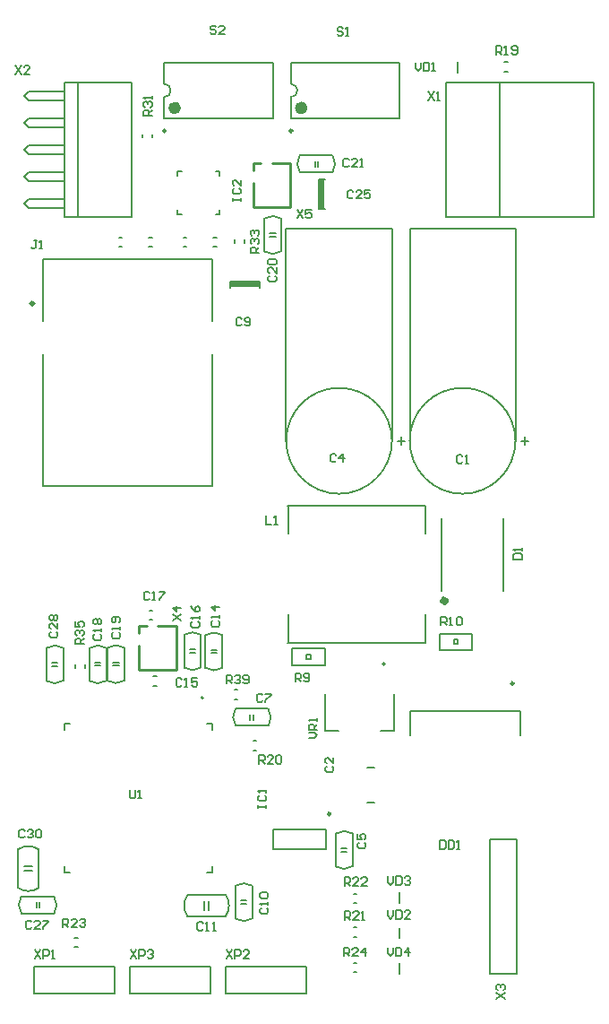
<source format=gto>
G04*
G04 #@! TF.GenerationSoftware,Altium Limited,Altium Designer,20.0.13 (296)*
G04*
G04 Layer_Color=65535*
%FSLAX44Y44*%
%MOMM*%
G71*
G01*
G75*
%ADD10C,0.2500*%
%ADD11C,0.2000*%
%ADD12C,0.6096*%
%ADD13C,0.1500*%
%ADD14C,0.6000*%
%ADD15C,0.3000*%
%ADD16C,0.1270*%
%ADD17C,0.2540*%
%ADD18C,0.1520*%
%ADD19C,0.1524*%
%ADD20R,0.5500X2.8001*%
%ADD21R,2.8000X0.5500*%
D10*
X309300Y229500D02*
G03*
X309300Y229500I-1250J0D01*
G01*
X482500Y352750D02*
G03*
X482500Y352750I-1250J0D01*
G01*
X273400Y874400D02*
G03*
X273400Y874400I-1250J0D01*
G01*
X153650D02*
G03*
X153650Y874400I-1250J0D01*
G01*
D11*
X360750Y371000D02*
G03*
X360750Y371000I-1000J0D01*
G01*
X189000Y338900D02*
G03*
X189000Y338900I-1000J0D01*
G01*
X484250Y581750D02*
G03*
X484250Y581750I-50000J0D01*
G01*
X367500D02*
G03*
X367500Y581750I-50000J0D01*
G01*
X271750Y906150D02*
G03*
X271750Y918850I0J6350D01*
G01*
X152000Y906150D02*
G03*
X152000Y918850I0J6350D01*
G01*
X218500Y337750D02*
X221500D01*
X218500Y346750D02*
X221500D01*
X236500Y289250D02*
X239500D01*
X236500Y298250D02*
X239500D01*
X255500Y214500D02*
X305500D01*
X255500Y196500D02*
X305500D01*
Y214500D01*
X255500Y196500D02*
Y214500D01*
X488500Y303750D02*
Y326250D01*
X384500D02*
X488500D01*
X384500Y303750D02*
Y326250D01*
X374250Y78750D02*
Y88750D01*
Y112000D02*
Y122000D01*
Y145250D02*
Y155250D01*
X331250Y153998D02*
X334250D01*
X331250Y144999D02*
X334250D01*
X331250Y122248D02*
X334250D01*
X331250Y113247D02*
X334250D01*
X331250Y88998D02*
X334250D01*
X331250Y79997D02*
X334250D01*
X68500Y367500D02*
Y370500D01*
X77500Y367500D02*
Y370500D01*
X140500Y868000D02*
Y871000D01*
X131500Y868000D02*
Y871000D01*
X142000Y350500D02*
X145000D01*
X142000Y359500D02*
X145000D01*
X137944Y412750D02*
X140944D01*
X137944Y421750D02*
X140944D01*
X298250Y801000D02*
Y829000D01*
Y801000D02*
X304250D01*
X298250Y829000D02*
X304250D01*
X214500Y732000D02*
X242500D01*
X214500Y726000D02*
Y732000D01*
X242500Y726000D02*
Y732000D01*
X227750Y768750D02*
Y771750D01*
X218750Y768750D02*
Y771750D01*
X473750Y939250D02*
X476750D01*
X473750Y930250D02*
X476750D01*
X469100Y919700D02*
X558000D01*
Y792700D02*
Y919700D01*
X469100Y792700D02*
X558000D01*
X418300D02*
Y919700D01*
X469100Y792700D02*
Y919700D01*
X418300D02*
X469100D01*
X418300Y792700D02*
X469100D01*
X429250Y929250D02*
Y939250D01*
X459800Y205850D02*
X485200D01*
Y78850D02*
Y205850D01*
X459800Y78850D02*
Y205850D01*
Y78850D02*
X485200D01*
X344500Y240250D02*
X350500D01*
X344500Y273250D02*
X350500D01*
X384500Y781750D02*
X484250D01*
X267250D02*
X367500D01*
X493000Y578250D02*
Y585250D01*
X489500Y581750D02*
X496500D01*
X376250Y578250D02*
Y585250D01*
X372750Y581750D02*
X379750D01*
X484250D02*
Y781750D01*
X384500Y581750D02*
Y781750D01*
X367500Y581750D02*
Y781750D01*
X267250Y581750D02*
Y781750D01*
X67250Y103500D02*
X70250D01*
X67250Y112500D02*
X70250D01*
X195675Y59550D02*
Y84950D01*
X119475Y59550D02*
Y84950D01*
X195675D01*
X119475Y59550D02*
X195675D01*
X271750Y886000D02*
X374750D01*
X271750Y939000D02*
X374750D01*
X271750Y886000D02*
Y906150D01*
Y918850D02*
Y939000D01*
X374750Y886000D02*
Y939000D01*
X152000Y886000D02*
X255000D01*
X152000Y939000D02*
X255000D01*
X152000Y886000D02*
Y906150D01*
Y918850D02*
Y939000D01*
X255000Y886000D02*
Y939000D01*
X23834Y911234D02*
X57700D01*
X19600Y907000D02*
X23834Y911234D01*
X19600Y907000D02*
X23834Y902767D01*
X57700D01*
X70400Y919700D02*
X121200D01*
X70400Y792700D02*
X121200D01*
X70400D02*
Y919700D01*
X121200Y792700D02*
Y919700D01*
X19600Y805400D02*
X23834Y801167D01*
X19600Y805400D02*
X23834Y809634D01*
Y826567D02*
X57700D01*
X19600Y830800D02*
X23834Y826567D01*
X19600Y830800D02*
X23834Y835034D01*
X57700D01*
X23834Y809634D02*
X57700D01*
X23834Y801167D02*
X57700D01*
X19600Y856200D02*
X23834Y851967D01*
X19600Y856200D02*
X23834Y860434D01*
Y877367D02*
X57700D01*
X19600Y881600D02*
X23834Y877367D01*
X19600Y881600D02*
X23834Y885834D01*
X57700D01*
X23834Y860434D02*
X57700D01*
X23834Y851967D02*
X57700D01*
Y792700D02*
X70400D01*
X57700D02*
Y919700D01*
X70400D01*
X28900Y59550D02*
Y84950D01*
X105100Y59550D02*
Y84950D01*
X28900Y59550D02*
X105100D01*
X28900Y84950D02*
X105100D01*
X210050Y59550D02*
Y84950D01*
X286250Y59550D02*
Y84950D01*
X210050Y59550D02*
X286250D01*
X210050Y84950D02*
X286250D01*
X170250Y774000D02*
X173250D01*
X170250Y765000D02*
X173250D01*
X137500D02*
X140500D01*
X137500Y774000D02*
X140500D01*
X109250D02*
X112250D01*
X109250Y765000D02*
X112250D01*
X198500D02*
X201500D01*
X198500Y774000D02*
X201500D01*
X210837Y352501D02*
Y360499D01*
X214835D01*
X216168Y359166D01*
Y356500D01*
X214835Y355167D01*
X210837D01*
X213503D02*
X216168Y352501D01*
X218834Y359166D02*
X220167Y360499D01*
X222833D01*
X224166Y359166D01*
Y357833D01*
X222833Y356500D01*
X221500D01*
X222833D01*
X224166Y355167D01*
Y353834D01*
X222833Y352501D01*
X220167D01*
X218834Y353834D01*
X226832D02*
X228165Y352501D01*
X230830D01*
X232163Y353834D01*
Y359166D01*
X230830Y360499D01*
X228165D01*
X226832Y359166D01*
Y357833D01*
X228165Y356500D01*
X232163D01*
X241837Y277001D02*
Y284999D01*
X245835D01*
X247168Y283666D01*
Y281000D01*
X245835Y279667D01*
X241837D01*
X244503D02*
X247168Y277001D01*
X255166D02*
X249834D01*
X255166Y282333D01*
Y283666D01*
X253833Y284999D01*
X251167D01*
X249834Y283666D01*
X257832D02*
X259165Y284999D01*
X261830D01*
X263163Y283666D01*
Y278334D01*
X261830Y277001D01*
X259165D01*
X257832Y278334D01*
Y283666D01*
X240751Y234836D02*
Y237502D01*
Y236169D01*
X248749D01*
Y234836D01*
Y237502D01*
X242084Y246832D02*
X240751Y245499D01*
Y242834D01*
X242084Y241501D01*
X247416D01*
X248749Y242834D01*
Y245499D01*
X247416Y246832D01*
X248749Y249498D02*
Y252164D01*
Y250831D01*
X240751D01*
X242084Y249498D01*
X412920Y204249D02*
Y196251D01*
X416918D01*
X418251Y197584D01*
Y202916D01*
X416918Y204249D01*
X412920D01*
X420917D02*
Y196251D01*
X424916D01*
X426249Y197584D01*
Y202916D01*
X424916Y204249D01*
X420917D01*
X428914Y196251D02*
X431580D01*
X430247D01*
Y204249D01*
X428914Y202916D01*
X276085Y354251D02*
Y362249D01*
X280084D01*
X281417Y360916D01*
Y358250D01*
X280084Y356917D01*
X276085D01*
X278751D02*
X281417Y354251D01*
X284083Y355584D02*
X285416Y354251D01*
X288082D01*
X289415Y355584D01*
Y360916D01*
X288082Y362249D01*
X285416D01*
X284083Y360916D01*
Y359583D01*
X285416Y358250D01*
X289415D01*
X288751Y300920D02*
X294083D01*
X296749Y303585D01*
X294083Y306251D01*
X288751D01*
X296749Y308917D02*
X288751D01*
Y312916D01*
X290084Y314249D01*
X292750D01*
X294083Y312916D01*
Y308917D01*
Y311583D02*
X296749Y314249D01*
Y316915D02*
Y319580D01*
Y318247D01*
X288751D01*
X290084Y316915D01*
X482501Y469918D02*
X490499D01*
Y473917D01*
X489166Y475250D01*
X483834D01*
X482501Y473917D01*
Y469918D01*
X490499Y477916D02*
Y480582D01*
Y479249D01*
X482501D01*
X483834Y477916D01*
X197834Y411835D02*
X196501Y410502D01*
Y407836D01*
X197834Y406503D01*
X203166D01*
X204499Y407836D01*
Y410502D01*
X203166Y411835D01*
X204499Y414501D02*
Y417166D01*
Y415834D01*
X196501D01*
X197834Y414501D01*
X204499Y425164D02*
X196501D01*
X200500Y421165D01*
Y426497D01*
X178834Y410835D02*
X177501Y409502D01*
Y406836D01*
X178834Y405503D01*
X184166D01*
X185499Y406836D01*
Y409502D01*
X184166Y410835D01*
X185499Y413501D02*
Y416166D01*
Y414834D01*
X177501D01*
X178834Y413501D01*
X177501Y425497D02*
X178834Y422831D01*
X181500Y420165D01*
X184166D01*
X185499Y421498D01*
Y424164D01*
X184166Y425497D01*
X182833D01*
X181500Y424164D01*
Y420165D01*
X160001Y412336D02*
X167999Y417667D01*
X160001D02*
X167999Y412336D01*
Y424332D02*
X160001D01*
X164000Y420333D01*
Y425664D01*
X245167Y341666D02*
X243834Y342999D01*
X241168D01*
X239835Y341666D01*
Y336334D01*
X241168Y335001D01*
X243834D01*
X245167Y336334D01*
X247833Y342999D02*
X253165D01*
Y341666D01*
X247833Y336334D01*
Y335001D01*
X363337Y102999D02*
Y97667D01*
X366003Y95001D01*
X368668Y97667D01*
Y102999D01*
X371334D02*
Y95001D01*
X375333D01*
X376666Y96334D01*
Y101666D01*
X375333Y102999D01*
X371334D01*
X383330Y95001D02*
Y102999D01*
X379332Y99000D01*
X384663D01*
X363587Y138499D02*
Y133167D01*
X366253Y130501D01*
X368918Y133167D01*
Y138499D01*
X371584D02*
Y130501D01*
X375583D01*
X376916Y131834D01*
Y137166D01*
X375583Y138499D01*
X371584D01*
X384913Y130501D02*
X379582D01*
X384913Y135833D01*
Y137166D01*
X383580Y138499D01*
X380914D01*
X379582Y137166D01*
X363587Y170499D02*
Y165167D01*
X366253Y162501D01*
X368918Y165167D01*
Y170499D01*
X371584D02*
Y162501D01*
X375583D01*
X376916Y163834D01*
Y169166D01*
X375583Y170499D01*
X371584D01*
X379582Y169166D02*
X380914Y170499D01*
X383580D01*
X384913Y169166D01*
Y167833D01*
X383580Y166500D01*
X382247D01*
X383580D01*
X384913Y165167D01*
Y163834D01*
X383580Y162501D01*
X380914D01*
X379582Y163834D01*
X322587Y161501D02*
Y169499D01*
X326586D01*
X327918Y168166D01*
Y165500D01*
X326586Y164167D01*
X322587D01*
X325253D02*
X327918Y161501D01*
X335916D02*
X330584D01*
X335916Y166833D01*
Y168166D01*
X334583Y169499D01*
X331917D01*
X330584Y168166D01*
X343913Y161501D02*
X338582D01*
X343913Y166833D01*
Y168166D01*
X342580Y169499D01*
X339915D01*
X338582Y168166D01*
X322920Y129501D02*
Y137499D01*
X326918D01*
X328251Y136166D01*
Y133500D01*
X326918Y132167D01*
X322920D01*
X325586D02*
X328251Y129501D01*
X336249D02*
X330917D01*
X336249Y134833D01*
Y136166D01*
X334916Y137499D01*
X332250D01*
X330917Y136166D01*
X338914Y129501D02*
X341580D01*
X340247D01*
Y137499D01*
X338914Y136166D01*
X322087Y95001D02*
Y102999D01*
X326086D01*
X327418Y101666D01*
Y99000D01*
X326086Y97667D01*
X322087D01*
X324753D02*
X327418Y95001D01*
X335416D02*
X330084D01*
X335416Y100333D01*
Y101666D01*
X334083Y102999D01*
X331417D01*
X330084Y101666D01*
X342080Y95001D02*
Y102999D01*
X338082Y99000D01*
X343413D01*
X336084Y202417D02*
X334751Y201084D01*
Y198419D01*
X336084Y197086D01*
X341416D01*
X342749Y198419D01*
Y201084D01*
X341416Y202417D01*
X334751Y210415D02*
Y205083D01*
X338750D01*
X337417Y207749D01*
Y209082D01*
X338750Y210415D01*
X341416D01*
X342749Y209082D01*
Y206416D01*
X341416Y205083D01*
X243834Y140585D02*
X242501Y139252D01*
Y136586D01*
X243834Y135253D01*
X249166D01*
X250499Y136586D01*
Y139252D01*
X249166Y140585D01*
X250499Y143251D02*
Y145917D01*
Y144584D01*
X242501D01*
X243834Y143251D01*
Y149915D02*
X242501Y151248D01*
Y153914D01*
X243834Y155247D01*
X249166D01*
X250499Y153914D01*
Y151248D01*
X249166Y149915D01*
X243834D01*
X26668Y127416D02*
X25336Y128749D01*
X22670D01*
X21337Y127416D01*
Y122084D01*
X22670Y120751D01*
X25336D01*
X26668Y122084D01*
X34666Y120751D02*
X29334D01*
X34666Y126083D01*
Y127416D01*
X33333Y128749D01*
X30667D01*
X29334Y127416D01*
X37332Y128749D02*
X42663D01*
Y127416D01*
X37332Y122084D01*
Y120751D01*
X44834Y401418D02*
X43501Y400085D01*
Y397420D01*
X44834Y396087D01*
X50166D01*
X51499Y397420D01*
Y400085D01*
X50166Y401418D01*
X51499Y409416D02*
Y404084D01*
X46167Y409416D01*
X44834D01*
X43501Y408083D01*
Y405417D01*
X44834Y404084D01*
Y412082D02*
X43501Y413415D01*
Y416080D01*
X44834Y417413D01*
X46167D01*
X47500Y416080D01*
X48833Y417413D01*
X50166D01*
X51499Y416080D01*
Y413415D01*
X50166Y412082D01*
X48833D01*
X47500Y413415D01*
X46167Y412082D01*
X44834D01*
X47500Y413415D02*
Y416080D01*
X103834Y400835D02*
X102501Y399502D01*
Y396836D01*
X103834Y395503D01*
X109166D01*
X110499Y396836D01*
Y399502D01*
X109166Y400835D01*
X110499Y403501D02*
Y406166D01*
Y404834D01*
X102501D01*
X103834Y403501D01*
X109166Y410165D02*
X110499Y411498D01*
Y414164D01*
X109166Y415497D01*
X103834D01*
X102501Y414164D01*
Y411498D01*
X103834Y410165D01*
X105167D01*
X106500Y411498D01*
Y415497D01*
X86334Y399085D02*
X85001Y397752D01*
Y395086D01*
X86334Y393753D01*
X91666D01*
X92999Y395086D01*
Y397752D01*
X91666Y399085D01*
X92999Y401751D02*
Y404417D01*
Y403084D01*
X85001D01*
X86334Y401751D01*
Y408415D02*
X85001Y409748D01*
Y412414D01*
X86334Y413747D01*
X87667D01*
X89000Y412414D01*
X90333Y413747D01*
X91666D01*
X92999Y412414D01*
Y409748D01*
X91666Y408415D01*
X90333D01*
X89000Y409748D01*
X87667Y408415D01*
X86334D01*
X89000Y409748D02*
Y412414D01*
X76249Y389837D02*
X68251D01*
Y393835D01*
X69584Y395168D01*
X72250D01*
X73583Y393835D01*
Y389837D01*
Y392503D02*
X76249Y395168D01*
X69584Y397834D02*
X68251Y399167D01*
Y401833D01*
X69584Y403166D01*
X70917D01*
X72250Y401833D01*
Y400500D01*
Y401833D01*
X73583Y403166D01*
X74916D01*
X76249Y401833D01*
Y399167D01*
X74916Y397834D01*
X68251Y411163D02*
Y405832D01*
X72250D01*
X70917Y408498D01*
Y409830D01*
X72250Y411163D01*
X74916D01*
X76249Y409830D01*
Y407165D01*
X74916Y405832D01*
X119668Y251999D02*
Y245334D01*
X121001Y244001D01*
X123667D01*
X125000Y245334D01*
Y251999D01*
X127666Y244001D02*
X130332D01*
X128999D01*
Y251999D01*
X127666Y250666D01*
X140499Y888670D02*
X132501D01*
Y892668D01*
X133834Y894001D01*
X136500D01*
X137833Y892668D01*
Y888670D01*
Y891336D02*
X140499Y894001D01*
X133834Y896667D02*
X132501Y898000D01*
Y900666D01*
X133834Y901999D01*
X135167D01*
X136500Y900666D01*
Y899333D01*
Y900666D01*
X137833Y901999D01*
X139166D01*
X140499Y900666D01*
Y898000D01*
X139166Y896667D01*
X140499Y904665D02*
Y907330D01*
Y905997D01*
X132501D01*
X133834Y904665D01*
X168835Y356166D02*
X167502Y357499D01*
X164836D01*
X163503Y356166D01*
Y350834D01*
X164836Y349501D01*
X167502D01*
X168835Y350834D01*
X171501Y349501D02*
X174167D01*
X172834D01*
Y357499D01*
X171501Y356166D01*
X183497Y357499D02*
X178165D01*
Y353500D01*
X180831Y354833D01*
X182164D01*
X183497Y353500D01*
Y350834D01*
X182164Y349501D01*
X179498D01*
X178165Y350834D01*
X138335Y437916D02*
X137002Y439249D01*
X134336D01*
X133003Y437916D01*
Y432584D01*
X134336Y431251D01*
X137002D01*
X138335Y432584D01*
X141001Y431251D02*
X143666D01*
X142333D01*
Y439249D01*
X141001Y437916D01*
X147665Y439249D02*
X152997D01*
Y437916D01*
X147665Y432584D01*
Y431251D01*
X188918Y125916D02*
X187585Y127249D01*
X184919D01*
X183586Y125916D01*
Y120584D01*
X184919Y119251D01*
X187585D01*
X188918Y120584D01*
X191584Y119251D02*
X194249D01*
X192917D01*
Y127249D01*
X191584Y125916D01*
X198248Y119251D02*
X200914D01*
X199581D01*
Y127249D01*
X198248Y125916D01*
X326751Y846916D02*
X325418Y848249D01*
X322753D01*
X321420Y846916D01*
Y841584D01*
X322753Y840251D01*
X325418D01*
X326751Y841584D01*
X334749Y840251D02*
X329417D01*
X334749Y845583D01*
Y846916D01*
X333416Y848249D01*
X330750D01*
X329417Y846916D01*
X337415Y840251D02*
X340080D01*
X338747D01*
Y848249D01*
X337415Y846916D01*
X216751Y808003D02*
Y810669D01*
Y809336D01*
X224749D01*
Y808003D01*
Y810669D01*
X218084Y819999D02*
X216751Y818667D01*
Y816001D01*
X218084Y814668D01*
X223416D01*
X224749Y816001D01*
Y818667D01*
X223416Y819999D01*
X224749Y827997D02*
Y822665D01*
X219417Y827997D01*
X218084D01*
X216751Y826664D01*
Y823998D01*
X218084Y822665D01*
X330918Y817166D02*
X329585Y818499D01*
X326920D01*
X325587Y817166D01*
Y811834D01*
X326920Y810501D01*
X329585D01*
X330918Y811834D01*
X338916Y810501D02*
X333584D01*
X338916Y815833D01*
Y817166D01*
X337583Y818499D01*
X334917D01*
X333584Y817166D01*
X346913Y818499D02*
X341582D01*
Y814500D01*
X344247Y815833D01*
X345580D01*
X346913Y814500D01*
Y811834D01*
X345580Y810501D01*
X342915D01*
X341582Y811834D01*
X278085Y799999D02*
X283417Y792001D01*
Y799999D02*
X278085Y792001D01*
X291415Y799999D02*
X286083D01*
Y796000D01*
X288749Y797333D01*
X290082D01*
X291415Y796000D01*
Y793334D01*
X290082Y792001D01*
X287416D01*
X286083Y793334D01*
X251834Y737418D02*
X250501Y736086D01*
Y733420D01*
X251834Y732087D01*
X257166D01*
X258499Y733420D01*
Y736086D01*
X257166Y737418D01*
X258499Y745416D02*
Y740084D01*
X253167Y745416D01*
X251834D01*
X250501Y744083D01*
Y741417D01*
X251834Y740084D01*
Y748082D02*
X250501Y749415D01*
Y752080D01*
X251834Y753413D01*
X257166D01*
X258499Y752080D01*
Y749415D01*
X257166Y748082D01*
X251834D01*
X225417Y696916D02*
X224084Y698249D01*
X221418D01*
X220086Y696916D01*
Y691584D01*
X221418Y690251D01*
X224084D01*
X225417Y691584D01*
X228083D02*
X229416Y690251D01*
X232082D01*
X233414Y691584D01*
Y696916D01*
X232082Y698249D01*
X229416D01*
X228083Y696916D01*
Y695583D01*
X229416Y694250D01*
X233414D01*
X241749Y759337D02*
X233751D01*
Y763335D01*
X235084Y764668D01*
X237750D01*
X239083Y763335D01*
Y759337D01*
Y762003D02*
X241749Y764668D01*
X235084Y767334D02*
X233751Y768667D01*
Y771333D01*
X235084Y772666D01*
X236417D01*
X237750Y771333D01*
Y770000D01*
Y771333D01*
X239083Y772666D01*
X240416D01*
X241749Y771333D01*
Y768667D01*
X240416Y767334D01*
X235084Y775332D02*
X233751Y776665D01*
Y779330D01*
X235084Y780663D01*
X236417D01*
X237750Y779330D01*
Y777997D01*
Y779330D01*
X239083Y780663D01*
X240416D01*
X241749Y779330D01*
Y776665D01*
X240416Y775332D01*
X466003Y946501D02*
Y954499D01*
X470002D01*
X471335Y953166D01*
Y950500D01*
X470002Y949167D01*
X466003D01*
X468669D02*
X471335Y946501D01*
X474001D02*
X476666D01*
X475334D01*
Y954499D01*
X474001Y953166D01*
X480665Y947834D02*
X481998Y946501D01*
X484664D01*
X485997Y947834D01*
Y953166D01*
X484664Y954499D01*
X481998D01*
X480665Y953166D01*
Y951833D01*
X481998Y950500D01*
X485997D01*
X401918Y911249D02*
X407250Y903251D01*
Y911249D02*
X401918Y903251D01*
X409916D02*
X412582D01*
X411249D01*
Y911249D01*
X409916Y909916D01*
X389420Y938999D02*
Y933667D01*
X392085Y931001D01*
X394751Y933667D01*
Y938999D01*
X397417D02*
Y931001D01*
X401416D01*
X402749Y932334D01*
Y937666D01*
X401416Y938999D01*
X397417D01*
X405415Y931001D02*
X408080D01*
X406747D01*
Y938999D01*
X405415Y937666D01*
X466251Y55086D02*
X474249Y60417D01*
X466251D02*
X474249Y55086D01*
X467584Y63083D02*
X466251Y64416D01*
Y67082D01*
X467584Y68415D01*
X468917D01*
X470250Y67082D01*
Y65749D01*
Y67082D01*
X471583Y68415D01*
X472916D01*
X474249Y67082D01*
Y64416D01*
X472916Y63083D01*
X305584Y274417D02*
X304251Y273084D01*
Y270418D01*
X305584Y269086D01*
X310916D01*
X312249Y270418D01*
Y273084D01*
X310916Y274417D01*
X312249Y282414D02*
Y277083D01*
X306917Y282414D01*
X305584D01*
X304251Y281082D01*
Y278416D01*
X305584Y277083D01*
X248418Y510999D02*
Y503001D01*
X253750D01*
X256416D02*
X259082D01*
X257749D01*
Y510999D01*
X256416Y509666D01*
X434250Y567166D02*
X432917Y568499D01*
X430251D01*
X428918Y567166D01*
Y561834D01*
X430251Y560501D01*
X432917D01*
X434250Y561834D01*
X436916Y560501D02*
X439582D01*
X438249D01*
Y568499D01*
X436916Y567166D01*
X314667Y568166D02*
X313334Y569499D01*
X310668D01*
X309335Y568166D01*
Y562834D01*
X310668Y561501D01*
X313334D01*
X314667Y562834D01*
X321332Y561501D02*
Y569499D01*
X317333Y565500D01*
X322664D01*
X413906Y407454D02*
Y415451D01*
X417905D01*
X419238Y414118D01*
Y411453D01*
X417905Y410120D01*
X413906D01*
X416572D02*
X419238Y407454D01*
X421903D02*
X424569D01*
X423236D01*
Y415451D01*
X421903Y414118D01*
X428568D02*
X429901Y415451D01*
X432567D01*
X433899Y414118D01*
Y408787D01*
X432567Y407454D01*
X429901D01*
X428568Y408787D01*
Y414118D01*
X120394Y100959D02*
X125726Y92962D01*
Y100959D02*
X120394Y92962D01*
X128391D02*
Y100959D01*
X132390D01*
X133723Y99627D01*
Y96961D01*
X132390Y95628D01*
X128391D01*
X136389Y99627D02*
X137722Y100959D01*
X140388D01*
X141720Y99627D01*
Y98294D01*
X140388Y96961D01*
X139055D01*
X140388D01*
X141720Y95628D01*
Y94295D01*
X140388Y92962D01*
X137722D01*
X136389Y94295D01*
X11682Y935857D02*
X17014Y927860D01*
Y935857D02*
X11682Y927860D01*
X25011D02*
X19679D01*
X25011Y933192D01*
Y934525D01*
X23678Y935857D01*
X21012D01*
X19679Y934525D01*
X211072Y100959D02*
X216404Y92962D01*
Y100959D02*
X211072Y92962D01*
X219069D02*
Y100959D01*
X223068D01*
X224401Y99627D01*
Y96961D01*
X223068Y95628D01*
X219069D01*
X232398Y92962D02*
X227067D01*
X232398Y98294D01*
Y99627D01*
X231066Y100959D01*
X228400D01*
X227067Y99627D01*
X29970Y100959D02*
X35302Y92962D01*
Y100959D02*
X29970Y92962D01*
X37967D02*
Y100959D01*
X41966D01*
X43299Y99627D01*
Y96961D01*
X41966Y95628D01*
X37967D01*
X45965Y92962D02*
X48631D01*
X47298D01*
Y100959D01*
X45965Y99627D01*
X201167Y972416D02*
X199834Y973749D01*
X197168D01*
X195835Y972416D01*
Y971083D01*
X197168Y969750D01*
X199834D01*
X201167Y968417D01*
Y967084D01*
X199834Y965751D01*
X197168D01*
X195835Y967084D01*
X209165Y965751D02*
X203833D01*
X209165Y971083D01*
Y972416D01*
X207832Y973749D01*
X205166D01*
X203833Y972416D01*
X321250Y970916D02*
X319917Y972249D01*
X317251D01*
X315918Y970916D01*
Y969583D01*
X317251Y968250D01*
X319917D01*
X321250Y966917D01*
Y965584D01*
X319917Y964251D01*
X317251D01*
X315918Y965584D01*
X323916Y964251D02*
X326582D01*
X325249D01*
Y972249D01*
X323916Y970916D01*
X56314Y122458D02*
Y130455D01*
X60313D01*
X61646Y129122D01*
Y126457D01*
X60313Y125124D01*
X56314D01*
X58980D02*
X61646Y122458D01*
X69643D02*
X64311D01*
X69643Y127790D01*
Y129122D01*
X68310Y130455D01*
X65644D01*
X64311Y129122D01*
X72309D02*
X73642Y130455D01*
X76308D01*
X77640Y129122D01*
Y127790D01*
X76308Y126457D01*
X74975D01*
X76308D01*
X77640Y125124D01*
Y123791D01*
X76308Y122458D01*
X73642D01*
X72309Y123791D01*
X31746Y771011D02*
X29080D01*
X30413D01*
Y764347D01*
X29080Y763014D01*
X27747D01*
X26414Y764347D01*
X34411Y763014D02*
X37077D01*
X35744D01*
Y771011D01*
X34411Y769678D01*
X20316Y213419D02*
X18983Y214751D01*
X16317D01*
X14984Y213419D01*
Y208087D01*
X16317Y206754D01*
X18983D01*
X20316Y208087D01*
X22981Y213419D02*
X24314Y214751D01*
X26980D01*
X28313Y213419D01*
Y212086D01*
X26980Y210753D01*
X25647D01*
X26980D01*
X28313Y209420D01*
Y208087D01*
X26980Y206754D01*
X24314D01*
X22981Y208087D01*
X30979Y213419D02*
X32312Y214751D01*
X34978D01*
X36310Y213419D01*
Y208087D01*
X34978Y206754D01*
X32312D01*
X30979Y208087D01*
Y213419D01*
D12*
X418330Y430820D02*
G03*
X418330Y430820I-1500J0D01*
G01*
D13*
X207262Y398405D02*
G03*
X191350Y398300I-7877J-12168D01*
G01*
X191238Y367295D02*
G03*
X207150Y367400I7877J12168D01*
G01*
X187013Y398655D02*
G03*
X171100Y398550I-7877J-12168D01*
G01*
X170987Y367546D02*
G03*
X186900Y367650I7877J12168D01*
G01*
X219595Y328763D02*
G03*
X219700Y312850I12168J-7877D01*
G01*
X250704Y312738D02*
G03*
X250600Y328650I-12168J7877D01*
G01*
X314237Y179846D02*
G03*
X330150Y179950I7877J12168D01*
G01*
X330262Y210954D02*
G03*
X314350Y210850I-7877J-12168D01*
G01*
X235513Y161655D02*
G03*
X219600Y161550I-7877J-12168D01*
G01*
X219487Y130546D02*
G03*
X235400Y130650I7877J12168D01*
G01*
X48155Y135487D02*
G03*
X48050Y151400I-12168J7877D01*
G01*
X17046Y151512D02*
G03*
X17150Y135600I12168J-7877D01*
G01*
X40738Y355095D02*
G03*
X56650Y355200I7877J12168D01*
G01*
X56762Y386204D02*
G03*
X40850Y386100I-7877J-12168D01*
G01*
X114513Y386405D02*
G03*
X98600Y386300I-7877J-12168D01*
G01*
X98488Y355295D02*
G03*
X114400Y355400I7877J12168D01*
G01*
X97513Y386155D02*
G03*
X81600Y386050I-7877J-12168D01*
G01*
X81488Y355046D02*
G03*
X97400Y355150I7877J12168D01*
G01*
X174250Y153000D02*
G03*
X174174Y133016I14270J-10047D01*
G01*
X210250Y133000D02*
G03*
X210326Y152984I-14270J10047D01*
G01*
X311405Y835238D02*
G03*
X311300Y851150I-12168J7877D01*
G01*
X280296Y851263D02*
G03*
X280400Y835350I12168J-7877D01*
G01*
X262763Y791655D02*
G03*
X246850Y791550I-7877J-12168D01*
G01*
X246737Y760546D02*
G03*
X262650Y760650I7877J12168D01*
G01*
X33750Y195750D02*
G03*
X13766Y195826I-10047J-14270D01*
G01*
X13750Y159750D02*
G03*
X33734Y159674I10047J14270D01*
G01*
X273250Y385750D02*
X304000D01*
X273250Y369750D02*
Y385750D01*
Y369750D02*
X304000D01*
Y385750D01*
X290750Y375500D02*
Y379750D01*
X286750Y375500D02*
X290750D01*
X286750D02*
Y379750D01*
X290750D01*
X191250Y367500D02*
Y398250D01*
X207250Y367500D02*
Y398250D01*
X196650Y384400D02*
X201950D01*
X196650Y381600D02*
X201950D01*
X171000Y367750D02*
Y398500D01*
X187000Y367750D02*
Y398500D01*
X176400Y384650D02*
X181700D01*
X176400Y381850D02*
X181700D01*
X219750Y312750D02*
X250500D01*
X219750Y328750D02*
X250500D01*
X233600Y318150D02*
Y323450D01*
X236400Y318150D02*
Y323450D01*
X330250Y180000D02*
Y210750D01*
X314250Y180000D02*
Y210750D01*
X319550Y193850D02*
X324850D01*
X319550Y196650D02*
X324850D01*
X219500Y130750D02*
Y161500D01*
X235500Y130750D02*
Y161500D01*
X224900Y147650D02*
X230200D01*
X224900Y144850D02*
X230200D01*
X17250Y151500D02*
X48000D01*
X17250Y135500D02*
X48000D01*
X34150Y140800D02*
Y146100D01*
X31350Y140800D02*
Y146100D01*
X56750Y355250D02*
Y386000D01*
X40750Y355250D02*
Y386000D01*
X46050Y369100D02*
X51350D01*
X46050Y371900D02*
X51350D01*
X98500Y355500D02*
Y386250D01*
X114500Y355500D02*
Y386250D01*
X103900Y372400D02*
X109200D01*
X103900Y369600D02*
X109200D01*
X81500Y355250D02*
Y386000D01*
X97500Y355250D02*
Y386000D01*
X86900Y372150D02*
X92200D01*
X86900Y369350D02*
X92200D01*
X174250Y153000D02*
X210250D01*
X174250Y133000D02*
X210250D01*
X194250Y138900D02*
Y147000D01*
X190250Y139000D02*
Y147000D01*
X280500Y851250D02*
X311250D01*
X280500Y835250D02*
X311250D01*
X297400Y840550D02*
Y845850D01*
X294600Y840550D02*
Y845850D01*
X246750Y760750D02*
Y791500D01*
X262750Y760750D02*
Y791500D01*
X252150Y777650D02*
X257450D01*
X252150Y774850D02*
X257450D01*
X426000Y389750D02*
X430000D01*
Y394000D01*
X426000D02*
X430000D01*
X426000Y389750D02*
Y394000D01*
X412750Y383750D02*
Y399750D01*
X443500D01*
Y383750D02*
Y399750D01*
X412750Y383750D02*
X443500D01*
X19750Y175750D02*
X27750D01*
X19750Y179750D02*
X27850D01*
X33750Y159750D02*
Y195750D01*
X13750Y159750D02*
Y195750D01*
D14*
X284750Y896000D02*
G03*
X284750Y896000I-3000J0D01*
G01*
X165000D02*
G03*
X165000Y896000I-3000J0D01*
G01*
D15*
X29000Y711500D02*
G03*
X29000Y711500I-1500J0D01*
G01*
D16*
X304250Y307500D02*
Y342500D01*
Y307500D02*
X316650D01*
X369250D02*
Y342500D01*
X356850Y307500D02*
X369250D01*
X414300Y439700D02*
Y508300D01*
X472700Y439700D02*
Y508300D01*
X192600Y314500D02*
X198000D01*
X58000D02*
X63400D01*
X192600Y174500D02*
X198000D01*
X58000D02*
X63400D01*
X198000Y309100D02*
Y314500D01*
X58000Y309100D02*
Y314500D01*
X198000Y174500D02*
Y179900D01*
X58000Y174500D02*
Y179900D01*
X164720Y795800D02*
X168740D01*
X164660Y795860D02*
X164720Y795800D01*
X164660Y795860D02*
Y799820D01*
X200740Y795770D02*
X204700D01*
X204760Y795830D02*
Y799850D01*
X164730Y835850D02*
X168690D01*
X164670Y831770D02*
Y835790D01*
X204780Y831820D02*
Y835780D01*
X200700Y835840D02*
X204720D01*
X37500Y753300D02*
X197500D01*
X37500Y539300D02*
X197500D01*
Y663500D01*
Y694500D02*
Y753300D01*
X37500Y539300D02*
Y663500D01*
Y694500D02*
Y753300D01*
D17*
X128614Y365488D02*
Y388602D01*
Y365488D02*
X163666D01*
Y407398D01*
X146394D02*
X163666D01*
X128614Y400540D02*
Y407398D01*
X135980D01*
X236364Y802238D02*
Y825352D01*
Y802238D02*
X271416D01*
Y844148D01*
X254144D02*
X271416D01*
X236364Y837290D02*
Y844148D01*
X243730D01*
D18*
X269230Y493850D02*
Y520750D01*
X269000D02*
X269230D01*
Y390750D02*
Y417650D01*
X269000Y390750D02*
X269230D01*
X398770Y493850D02*
Y520750D01*
X399000D01*
X398770Y390750D02*
Y417650D01*
Y390750D02*
X399000D01*
X398770D02*
X399000D01*
D19*
X269000Y520750D02*
X399000D01*
X269000Y390750D02*
X399000D01*
D20*
X301000Y815000D02*
D03*
D21*
X228500Y729249D02*
D03*
M02*

</source>
